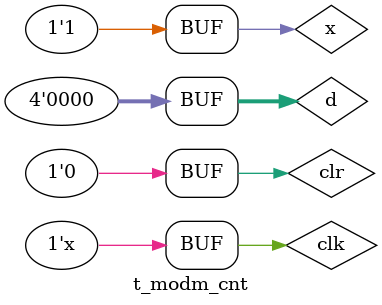
<source format=v>
module t_modm_cnt();
wire [3:0] q;
reg [3:0] d;
reg clk,clr,x;

modm_cnt m1(q,d,clk,clr,x);

initial begin
clk=1'b0;clr=1'b0;x=1;d=4'b0;
#2 clr=1'b1;
#2 clr=1'b0;
#40 x=0;
#20 x=1;
end
always #5 clk=~clk;

endmodule
</source>
